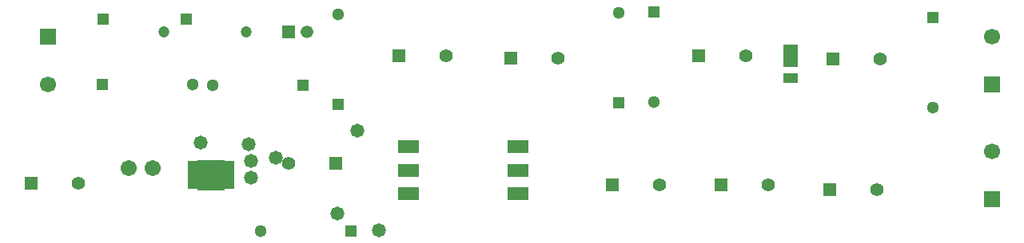
<source format=gts>
G04*
G04 #@! TF.GenerationSoftware,Altium Limited,Altium Designer,24.2.2 (26)*
G04*
G04 Layer_Color=8388736*
%FSLAX44Y44*%
%MOMM*%
G71*
G04*
G04 #@! TF.SameCoordinates,EC8B54CE-386E-4826-8866-03C4CD91BE24*
G04*
G04*
G04 #@! TF.FilePolarity,Negative*
G04*
G01*
G75*
%ADD18R,1.5000X2.4000*%
%ADD19R,1.5000X1.0500*%
%ADD20R,2.2832X1.3732*%
%ADD21R,2.9032X3.3032*%
%ADD22R,1.0532X0.5032*%
%ADD23R,1.7000X1.7000*%
%ADD24C,1.7000*%
%ADD25R,1.3000X1.3000*%
%ADD26C,1.3000*%
%ADD27R,1.4032X1.4032*%
%ADD28C,1.4032*%
%ADD29R,1.3000X1.3000*%
%ADD30C,1.2000*%
%ADD31R,1.2000X1.2000*%
%ADD32C,1.7032*%
%ADD33R,1.3232X1.3232*%
%ADD34C,1.3232*%
%ADD35C,1.4732*%
D18*
X1083310Y1215000D02*
D03*
D19*
Y1191250D02*
D03*
D20*
X794900Y1118470D02*
D03*
Y1093470D02*
D03*
Y1068470D02*
D03*
X678300D02*
D03*
Y1093470D02*
D03*
Y1118470D02*
D03*
D21*
X469900Y1088390D02*
D03*
D22*
X489400Y1100890D02*
D03*
Y1095890D02*
D03*
Y1090890D02*
D03*
Y1085890D02*
D03*
Y1080890D02*
D03*
Y1075890D02*
D03*
X450400D02*
D03*
Y1080890D02*
D03*
Y1085890D02*
D03*
Y1090890D02*
D03*
Y1095890D02*
D03*
Y1100890D02*
D03*
D23*
X1296670Y1184350D02*
D03*
Y1062430D02*
D03*
X297180Y1235000D02*
D03*
D24*
X1296670Y1235150D02*
D03*
Y1113230D02*
D03*
X297180Y1184200D02*
D03*
D25*
X1234440Y1255570D02*
D03*
X938530Y1261460D02*
D03*
X901700Y1165050D02*
D03*
X604520Y1163320D02*
D03*
D26*
X1234440Y1159970D02*
D03*
X938530Y1165860D02*
D03*
X901700Y1260650D02*
D03*
X604520Y1258920D02*
D03*
X471630Y1183640D02*
D03*
X450390Y1184910D02*
D03*
X521970Y1028700D02*
D03*
D27*
X1128560Y1211580D02*
D03*
X1124750Y1073150D02*
D03*
X986320Y1215390D02*
D03*
X1009650Y1078230D02*
D03*
X894880D02*
D03*
X786930Y1212850D02*
D03*
X668820Y1215390D02*
D03*
X601980Y1101090D02*
D03*
X278930Y1079500D02*
D03*
D28*
X1178560Y1211580D02*
D03*
X1174750Y1073150D02*
D03*
X1036320Y1215390D02*
D03*
X1059650Y1078230D02*
D03*
X944880D02*
D03*
X836930Y1212850D02*
D03*
X718820Y1215390D02*
D03*
X551980Y1101090D02*
D03*
X328930Y1079500D02*
D03*
D29*
X567230Y1183640D02*
D03*
X354790Y1184910D02*
D03*
X617570Y1028700D02*
D03*
D30*
X506980Y1240640D02*
D03*
X419350D02*
D03*
D31*
X442980Y1253640D02*
D03*
X355350D02*
D03*
D32*
X407470Y1096010D02*
D03*
X382470D02*
D03*
D33*
X551500Y1240790D02*
D03*
D34*
X571500D02*
D03*
D35*
X647700Y1029970D02*
D03*
X537859Y1106730D02*
D03*
X603250Y1047750D02*
D03*
X624840Y1135380D02*
D03*
X511810Y1085850D02*
D03*
Y1103590D02*
D03*
X509310Y1121370D02*
D03*
X458470Y1122680D02*
D03*
M02*

</source>
